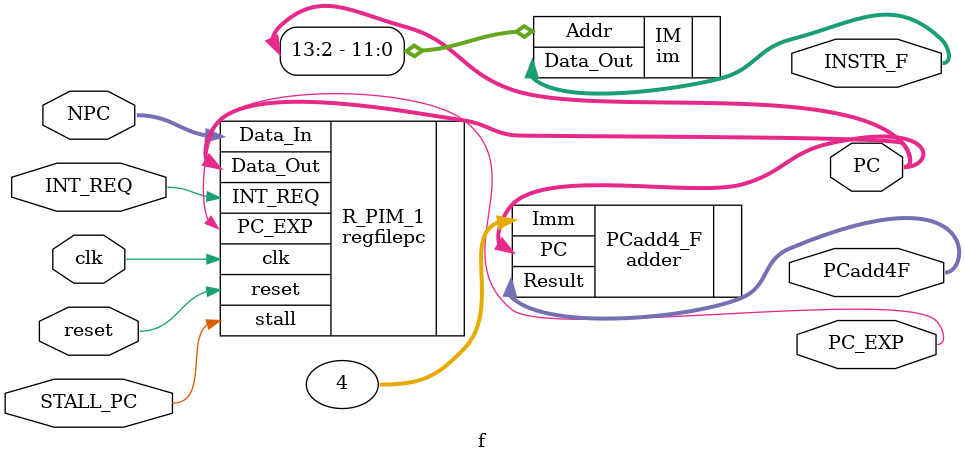
<source format=v>
`timescale 1ns / 1ps
module f(
	input  clk, 
	input  reset,
	input  STALL_PC,
	input  [31:0] NPC,
	output [31:0] INSTR_F,
	output [31:0] PCadd4F,
	output [31:0] PC,
	output PC_EXP,
	input  INT_REQ
    );
	
	// Instantiate the module
regfilepc #(32) R_PIM_1 (.clk(clk), .reset(reset), .stall(STALL_PC), .Data_In(NPC), .Data_Out(PC), .PC_EXP(PC_EXP), .INT_REQ(INT_REQ));

im IM (
    .Addr(PC[13:2]), 
    .Data_Out(INSTR_F)
    );
	 
adder PCadd4_F (
    .PC(PC), 
    .Imm(32'b100), 
    .Result(PCadd4F)
    );


endmodule

</source>
